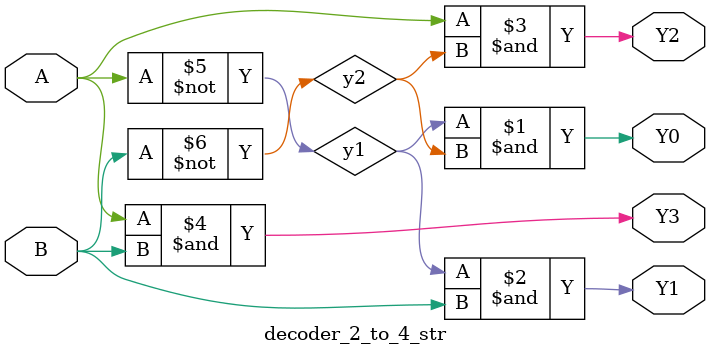
<source format=v>


module decoder_2_to_4_str(A, B, Y0, Y1, Y2, Y3);
input A, B; output Y0, Y1, Y2, Y3;
wire y1, y2;
not (y1, A); not(y2, B);
and(Y0, y1, y2);
and(Y1, y1, B);
and(Y2, A, y2);
and(Y3, A, B);
endmodule
</source>
